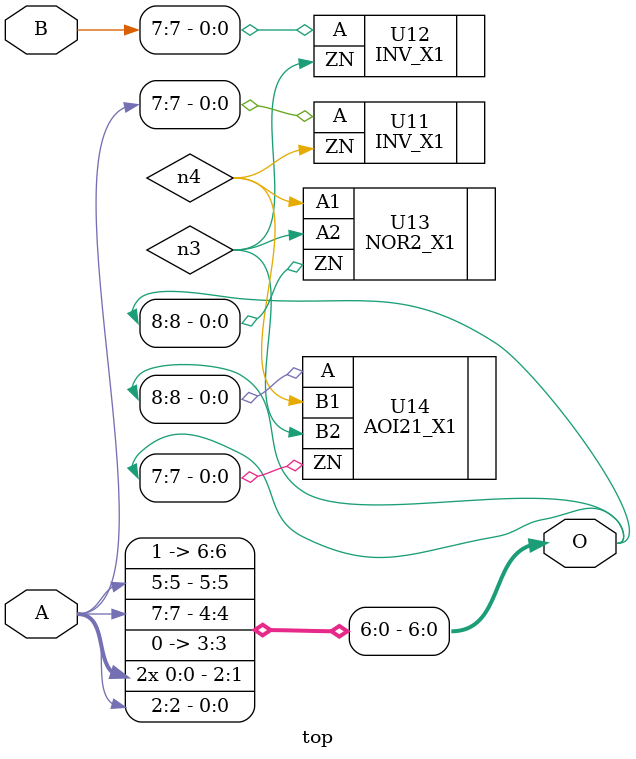
<source format=v>


module top ( A, B, O );
  input [7:0] A;
  input [7:0] B;
  output [8:0] O;
  wire   n3, n4;
  assign O[6] = 1'b1;
  assign O[3] = 1'b0;
  assign O[5] = A[5];
  assign O[4] = A[7];
  assign O[1] = A[0];
  assign O[2] = A[0];
  assign O[0] = A[2];

  INV_X1 U11 ( .A(A[7]), .ZN(n4) );
  INV_X1 U12 ( .A(B[7]), .ZN(n3) );
  NOR2_X1 U13 ( .A1(n4), .A2(n3), .ZN(O[8]) );
  AOI21_X1 U14 ( .B1(n4), .B2(n3), .A(O[8]), .ZN(O[7]) );
endmodule


</source>
